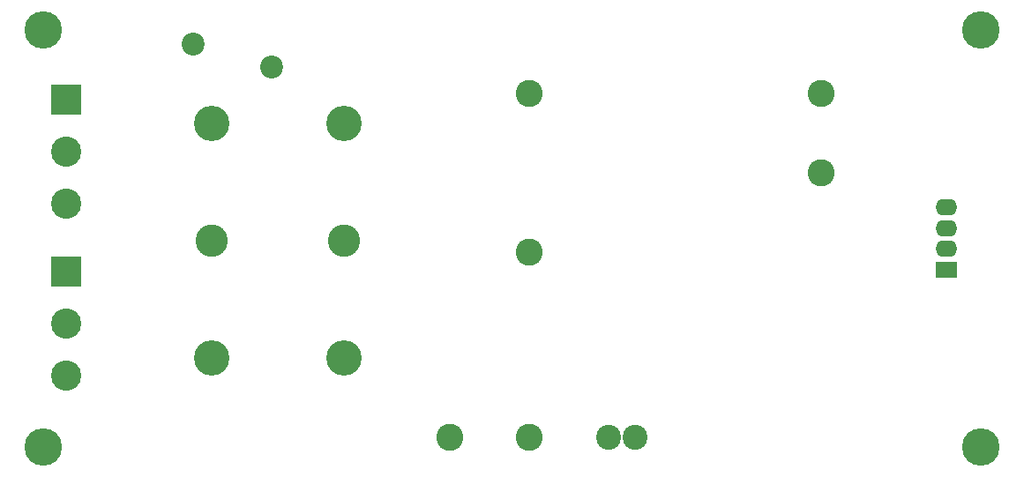
<source format=gbs>
G04 #@! TF.FileFunction,Soldermask,Bot*
%FSLAX46Y46*%
G04 Gerber Fmt 4.6, Leading zero omitted, Abs format (unit mm)*
G04 Created by KiCad (PCBNEW (2015-12-10 BZR 6367)-product) date Sun 25 Sep 2016 00:52:49 BST*
%MOMM*%
G01*
G04 APERTURE LIST*
%ADD10C,0.100000*%
%ADD11C,3.400000*%
%ADD12C,3.100000*%
%ADD13C,2.400000*%
%ADD14C,2.600000*%
%ADD15C,2.900000*%
%ADD16R,2.900000X2.900000*%
%ADD17R,2.099260X1.598880*%
%ADD18O,2.099260X1.598880*%
%ADD19C,2.200000*%
%ADD20C,3.600000*%
G04 APERTURE END LIST*
D10*
D11*
X60960000Y-76200000D03*
X60960000Y-53700000D03*
D12*
X60960000Y-64950000D03*
D11*
X73660000Y-76200000D03*
X73660000Y-53700000D03*
D12*
X73660000Y-64950000D03*
D13*
X101600000Y-83820000D03*
X99060000Y-83820000D03*
D14*
X91440000Y-83820000D03*
X83820000Y-83820000D03*
D15*
X46990000Y-61435000D03*
D16*
X46990000Y-51435000D03*
D15*
X46990000Y-56435000D03*
X46990000Y-77945000D03*
D16*
X46990000Y-67945000D03*
D15*
X46990000Y-72945000D03*
D17*
X131445000Y-67772280D03*
D18*
X131445000Y-63769240D03*
X131445000Y-65770760D03*
X131445000Y-61770260D03*
D14*
X91440000Y-66040000D03*
X91440000Y-50800000D03*
X119440000Y-50800000D03*
X119440000Y-58420000D03*
D19*
X66675000Y-48260000D03*
X59175000Y-46060000D03*
D20*
X44770000Y-44770000D03*
X44770000Y-84770000D03*
X134770000Y-84770000D03*
X134770000Y-44770000D03*
M02*

</source>
